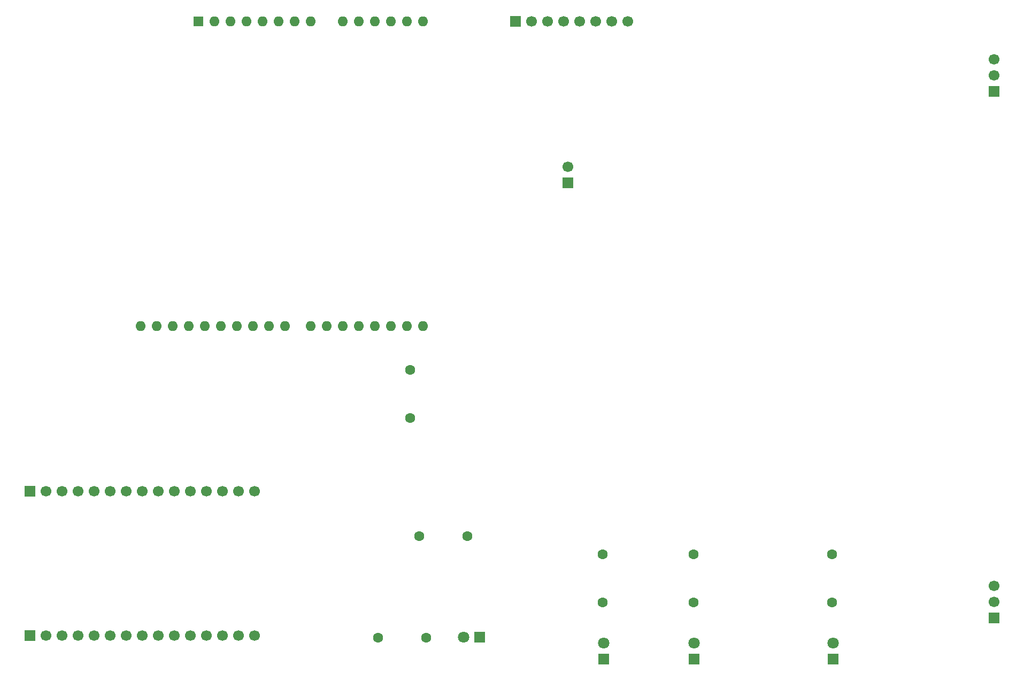
<source format=gbr>
%TF.GenerationSoftware,KiCad,Pcbnew,9.0.7*%
%TF.CreationDate,2026-01-03T20:52:02+01:00*%
%TF.ProjectId,Kicad Datein,4b696361-6420-4446-9174-65696e2e6b69,rev?*%
%TF.SameCoordinates,Original*%
%TF.FileFunction,Soldermask,Bot*%
%TF.FilePolarity,Negative*%
%FSLAX46Y46*%
G04 Gerber Fmt 4.6, Leading zero omitted, Abs format (unit mm)*
G04 Created by KiCad (PCBNEW 9.0.7) date 2026-01-03 20:52:02*
%MOMM*%
%LPD*%
G01*
G04 APERTURE LIST*
%ADD10R,1.800000X1.800000*%
%ADD11C,1.800000*%
%ADD12R,1.700000X1.700000*%
%ADD13C,1.700000*%
%ADD14C,1.600000*%
%ADD15R,1.600000X1.600000*%
%ADD16O,1.600000X1.600000*%
G04 APERTURE END LIST*
D10*
%TO.C,D3*%
X150000000Y-123000000D03*
D11*
X150000000Y-120460000D03*
%TD*%
D12*
%TO.C,J1*%
X99720000Y-22000000D03*
D13*
X102260000Y-22000000D03*
X104800000Y-22000000D03*
X107340000Y-22000000D03*
X109880000Y-22000000D03*
X112420000Y-22000000D03*
X114960000Y-22000000D03*
X117500000Y-22000000D03*
%TD*%
D12*
%TO.C,J4*%
X22800000Y-119260000D03*
D13*
X25340000Y-119260000D03*
X27880000Y-119260000D03*
X30420000Y-119260000D03*
X32960000Y-119260000D03*
X35500000Y-119260000D03*
X38040000Y-119260000D03*
X40580000Y-119260000D03*
X43120000Y-119260000D03*
X45660000Y-119260000D03*
X48200000Y-119260000D03*
X50740000Y-119260000D03*
X53280000Y-119260000D03*
X55820000Y-119260000D03*
X58360000Y-119260000D03*
%TD*%
D14*
%TO.C,R2*%
X127860000Y-114000000D03*
X127860000Y-106380000D03*
%TD*%
%TO.C,R5*%
X83000000Y-84810000D03*
X83000000Y-77190000D03*
%TD*%
D15*
%TO.C,A1*%
X49500000Y-22000000D03*
D16*
X52040000Y-22000000D03*
X54580000Y-22000000D03*
X57120000Y-22000000D03*
X59660000Y-22000000D03*
X62200000Y-22000000D03*
X64740000Y-22000000D03*
X67280000Y-22000000D03*
X72360000Y-22000000D03*
X74900000Y-22000000D03*
X77440000Y-22000000D03*
X79980000Y-22000000D03*
X82520000Y-22000000D03*
X85060000Y-22000000D03*
X85060000Y-70260000D03*
X82520000Y-70260000D03*
X79980000Y-70260000D03*
X77440000Y-70260000D03*
X74900000Y-70260000D03*
X72360000Y-70260000D03*
X69820000Y-70260000D03*
X67280000Y-70260000D03*
X63220000Y-70260000D03*
X60680000Y-70260000D03*
X58140000Y-70260000D03*
X55600000Y-70260000D03*
X53060000Y-70260000D03*
X50520000Y-70260000D03*
X47980000Y-70260000D03*
X45440000Y-70260000D03*
X42900000Y-70260000D03*
X40360000Y-70260000D03*
%TD*%
D10*
%TO.C,D4*%
X94000000Y-119500000D03*
D11*
X91460000Y-119500000D03*
%TD*%
D10*
%TO.C,D2*%
X128000000Y-123000000D03*
D11*
X128000000Y-120460000D03*
%TD*%
D14*
%TO.C,R4*%
X85570000Y-119640000D03*
X77950000Y-119640000D03*
%TD*%
D12*
%TO.C,J2*%
X175500000Y-33040000D03*
D13*
X175500000Y-30500000D03*
X175500000Y-27960000D03*
%TD*%
D14*
%TO.C,R6*%
X84500000Y-103500000D03*
X92120000Y-103500000D03*
%TD*%
D10*
%TO.C,D1*%
X113640000Y-123000000D03*
D11*
X113640000Y-120460000D03*
%TD*%
D14*
%TO.C,R3*%
X149860000Y-114000000D03*
X149860000Y-106380000D03*
%TD*%
D12*
%TO.C,J3*%
X175500000Y-116500000D03*
D13*
X175500000Y-113960000D03*
X175500000Y-111420000D03*
%TD*%
D12*
%TO.C,BZ1*%
X108000000Y-47540000D03*
D13*
X108000000Y-45000000D03*
%TD*%
D12*
%TO.C,J5*%
X22800000Y-96400000D03*
D13*
X25340000Y-96400000D03*
X27880000Y-96400000D03*
X30420000Y-96400000D03*
X32960000Y-96400000D03*
X35500000Y-96400000D03*
X38040000Y-96400000D03*
X40580000Y-96400000D03*
X43120000Y-96400000D03*
X45660000Y-96400000D03*
X48200000Y-96400000D03*
X50740000Y-96400000D03*
X53280000Y-96400000D03*
X55820000Y-96400000D03*
X58360000Y-96400000D03*
%TD*%
D14*
%TO.C,R1*%
X113500000Y-114000000D03*
X113500000Y-106380000D03*
%TD*%
M02*

</source>
